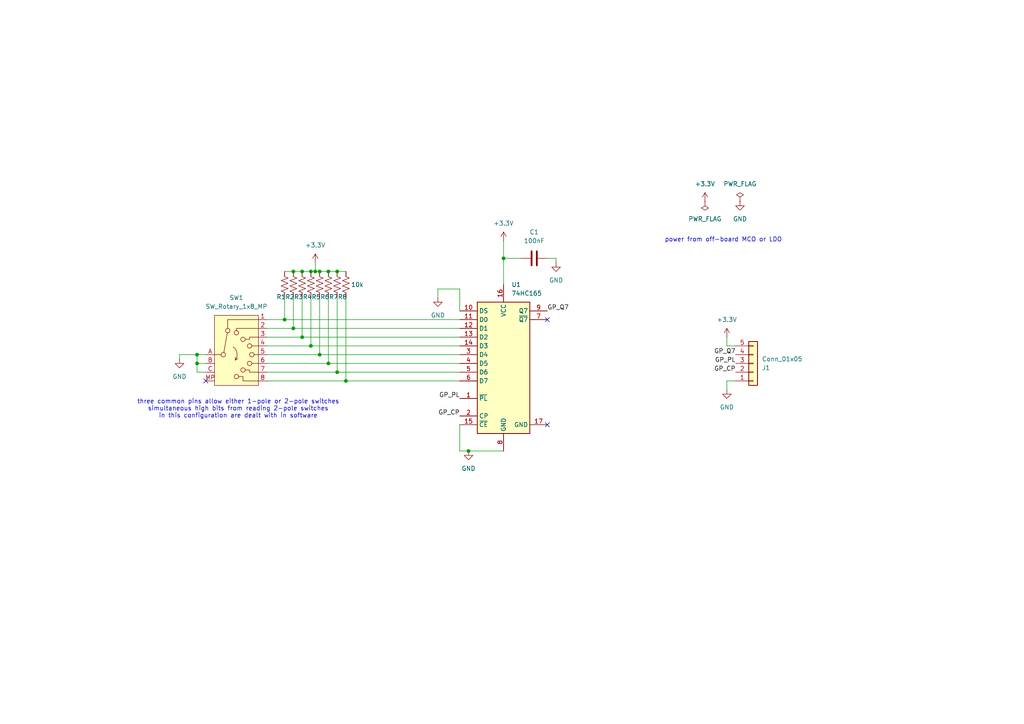
<source format=kicad_sch>
(kicad_sch (version 20250114) (generator "eeschema") (generator_version "9.0")
  (paper "A4")
  (lib_symbols
    (symbol "74xx:74HC165"
      (property "Reference" "U1" (at 2.28 22.86 0))
      (property "Value" "74HC165" (at 2.28 20.32 0))
      (symbol "74HC165_1_0"
        (pin input line (at -12.7 15.24 0) (length 5.08) (name "DS") (number "10"))
        (pin input line (at -12.7 12.7 0) (length 5.08) (name "D0") (number "11"))
        (pin input line (at -12.7 10.16 0) (length 5.08) (name "D1") (number "12"))
        (pin input line (at -12.7 7.62 0) (length 5.08) (name "D2") (number "13"))
        (pin input line (at -12.7 5.08 0) (length 5.08) (name "D3") (number "14"))
        (pin input line (at -12.7 2.54 0) (length 5.08) (name "D4") (number "3"))
        (pin input line (at -12.7 0 0) (length 5.08) (name "D5") (number "4"))
        (pin input line (at -12.7 -2.54 0) (length 5.08) (name "D6") (number "5"))
        (pin input line (at -12.7 -5.08 0) (length 5.08) (name "D7") (number "6"))
        (pin input line (at -12.7 -10.16 0) (length 5.08) (name "~{PL}") (number "1"))
        (pin input line (at -12.7 -15.24 0) (length 5.08) (name "CP") (number "2"))
        (pin input line (at -12.7 -17.78 0) (length 5.08) (name "~{CE}") (number "15"))
        (pin power_in line (at 0 22.86 270) (length 5.08) (name "VCC") (number "16"))
        (pin power_in line (at 0 -25.4 90) (length 5.08) (name "GND") (number "8"))
        (pin output line (at 12.7 15.24 180) (length 5.08) (name "Q7") (number "9"))
        (pin output line (at 12.7 12.7 180) (length 5.08) (name "~{Q7}") (number "7"))
        (pin power_in line (at 12.7 -17.78 180) (length 5.08) (name "GND") (number "17"))
      )
      (symbol "74HC165_1_1"
        (rectangle (start -7.62 17.78) (end 7.62 -20.32) (stroke (width 0.254)) (fill (type background)))
      )
    )
    (symbol "Connector_Generic:Conn_01x05" (pin_names (offset 1.016) (hide yes))
      (property "Reference" "J" (at 0 7.62 0))
      (property "Value" "Conn_01x05" (at 0 -7.62 0))
      (symbol "Conn_01x05_1_1"
        (rectangle (start -1.27 6.35) (end 1.27 -6.35) (stroke (width 0.254)) (fill (type background)))
        (rectangle (start -1.27 5.207) (end 0 4.953) (stroke (width 0.1524)))
        (rectangle (start -1.27 2.667) (end 0 2.413) (stroke (width 0.1524)))
        (rectangle (start -1.27 0.127) (end 0 -0.127) (stroke (width 0.1524)))
        (rectangle (start -1.27 -2.413) (end 0 -2.667) (stroke (width 0.1524)))
        (rectangle (start -1.27 -4.953) (end 0 -5.207) (stroke (width 0.1524)))
        (pin passive line (at -5.08 5.08 0) (length 3.81) (name "Pin_1") (number "1"))
        (pin passive line (at -5.08 2.54 0) (length 3.81) (name "Pin_2") (number "2"))
        (pin passive line (at -5.08 0 0) (length 3.81) (name "Pin_3") (number "3"))
        (pin passive line (at -5.08 -2.54 0) (length 3.81) (name "Pin_4") (number "4"))
        (pin passive line (at -5.08 -5.08 0) (length 3.81) (name "Pin_5") (number "5"))
      )
    )
    (symbol "Device:C" (pin_numbers (hide yes)) (pin_names (offset 0.254))
      (property "Reference" "C" (at 0.635 2.54 0))
      (property "Value" "C" (at 0.635 -2.54 0))
      (symbol "C_0_1"
        (polyline (pts (xy -2.032 0.762) (xy 2.032 0.762)) (stroke (width 0.508)))
        (polyline (pts (xy -2.032 -0.762) (xy 2.032 -0.762)) (stroke (width 0.508)))
      )
      (symbol "C_1_1"
        (pin passive line (at 0 3.81 270) (length 2.794) (name "~") (number "1"))
        (pin passive line (at 0 -3.81 90) (length 2.794) (name "~") (number "2"))
      )
    )
    (symbol "Device:R_US" (pin_numbers (hide yes)) (pin_names (offset 0))
      (property "Reference" "R" (at 2.54 0 90))
      (property "Value" "R_US" (at -2.54 0 90))
      (symbol "R_US_0_1"
        (polyline (pts (xy 0 2.286) (xy 0 2.54)))
        (polyline (pts (xy 0 2.286) (xy 1.016 1.905) (xy 0 1.524) (xy -1.016 1.143) (xy 0 0.762)))
        (polyline (pts (xy 0 0.762) (xy 1.016 0.381) (xy 0 0) (xy -1.016 -0.381) (xy 0 -0.762)))
        (polyline (pts (xy 0 -0.762) (xy 1.016 -1.143) (xy 0 -1.524) (xy -1.016 -1.905) (xy 0 -2.286)))
        (polyline (pts (xy 0 -2.286) (xy 0 -2.54)))
      )
      (symbol "R_US_1_1"
        (pin passive line (at 0 3.81 270) (length 1.27) (name "~") (number "1"))
        (pin passive line (at 0 -3.81 90) (length 1.27) (name "~") (number "2"))
      )
    )
    (symbol "Switch:SW_Rotary_1x8_MP" (pin_names (hide yes))
      (property "Reference" "SW1" (at -1.27 16.51 0))
      (property "Value" "SW_Rotary_1x8_MP" (at -1.27 13.97 0))
      (symbol "SW_Rotary_1x8_MP_0_1"
        (polyline (pts (xy -7.62 0) (xy -5.715 0)))
        (circle (center -5.08 0) (radius 0.635))
        (polyline (pts (xy -4.9276 0.6604) (xy -3.9116 6.35)))
        (circle (center -3.81 6.985) (radius 0.635))
        (arc (start -2.2226 2.2225) (mid -1.116 0.449) (end -1.5876 -1.5875))
        (polyline (pts (xy -1.5876 -1.5875) (xy -1.5876 -0.6985)))
        (polyline (pts (xy -1.5876 -1.5875) (xy -1.5876 -1.5875)))
        (polyline (pts (xy -1.5876 -1.5875) (xy -0.8256 -1.0795)))
        (circle (center -1.27 6.35) (radius 0.635))
        (circle (center -1.27 -6.35) (radius 0.635))
        (circle (center 0.635 4.445) (radius 0.635))
        (circle (center 0.635 -4.445) (radius 0.635))
        (circle (center 2.54 2.54) (radius 0.635))
        (circle (center 2.54 -2.54) (radius 0.635))
        (circle (center 3.175 0) (radius 0.635))
        (polyline (pts (xy 5.08 7.62) (xy -1.27 7.62) (xy -1.27 7.62) (xy -1.27 6.985)))
        (polyline (pts (xy 5.08 5.08) (xy 2.54 5.08) (xy 2.54 4.445) (xy 1.27 4.445)))
        (polyline (pts (xy 5.08 2.54) (xy 3.175 2.54)))
        (polyline (pts (xy 5.08 0) (xy 3.81 0)))
        (polyline (pts (xy 5.08 -2.54) (xy 3.175 -2.54)))
        (polyline (pts (xy 5.08 -5.08) (xy 2.54 -5.08) (xy 2.54 -4.445) (xy 1.27 -4.445)))
        (polyline (pts (xy 5.08 -7.62) (xy 0.635 -7.62) (xy 0.635 -6.35) (xy -0.635 -6.35)))
      )
      (symbol "SW_Rotary_1x8_MP_1_1"
        (polyline (pts (xy -7.62 11.43) (xy 5.08 11.43) (xy 5.08 -8.89) (xy -7.62 -8.89) (xy -7.62 11.43) (xy -7.62 11.43)) (fill (type background)))
        (polyline (pts (xy 5.08 10.16) (xy -3.81 10.16) (xy -3.81 7.62)))
        (pin passive line (at -10.16 0 0) (length 2.54) (name "Common") (number "A"))
        (pin passive line (at -10.16 -2.54 0) (length 2.54) (name "Common") (number "B"))
        (pin passive line (at -10.16 -5.08 0) (length 2.54) (name "Common") (number "C"))
        (pin passive line (at -10.16 -7.62 0) (length 2.54) (name "") (number "MP"))
        (pin passive line (at 7.62 10.16 180) (length 2.54) (name "") (number "1"))
        (pin passive line (at 7.62 7.62 180) (length 2.54) (name "") (number "2"))
        (pin passive line (at 7.62 5.08 180) (length 2.54) (name "") (number "3"))
        (pin passive line (at 7.62 2.54 180) (length 2.54) (name "") (number "4"))
        (pin passive line (at 7.62 0 180) (length 2.54) (name "") (number "5"))
        (pin passive line (at 7.62 -2.54 180) (length 2.54) (name "") (number "6"))
        (pin passive line (at 7.62 -5.08 180) (length 2.54) (name "") (number "7"))
        (pin passive line (at 7.62 -7.62 180) (length 2.54) (name "") (number "8"))
      )
    )
    (symbol "power:+3.3V" (power) (pin_numbers (hide yes)) (pin_names (offset 0) (hide yes))
      (property "Value" "+3.3V" (at 0 3.556 0))
      (symbol "+3.3V_0_1"
        (polyline (pts (xy -0.762 1.27) (xy 0 2.54)))
        (polyline (pts (xy 0 2.54) (xy 0.762 1.27)))
        (polyline (pts (xy 0 0) (xy 0 2.54)))
      )
      (symbol "+3.3V_1_1"
        (pin power_in line (at 0 0 90) (length 0) (name "~") (number "1"))
      )
    )
    (symbol "power:GND" (power) (pin_numbers (hide yes)) (pin_names (offset 0) (hide yes))
      (property "Value" "GND" (at 0 -3.81 0))
      (symbol "GND_0_1"
        (polyline (pts (xy 0 0) (xy 0 -1.27) (xy 1.27 -1.27) (xy 0 -2.54) (xy -1.27 -1.27) (xy 0 -1.27)))
      )
      (symbol "GND_1_1"
        (pin power_in line (at 0 0 270) (length 0) (name "~") (number "1"))
      )
    )
    (symbol "power:PWR_FLAG" (power) (pin_numbers (hide yes)) (pin_names (offset 0) (hide yes))
      (property "Value" "PWR_FLAG" (at 0 3.81 0))
      (symbol "PWR_FLAG_0_0"
        (pin power_out line (at 0 0 90) (length 0) (name "~") (number "1"))
      )
      (symbol "PWR_FLAG_0_1"
        (polyline (pts (xy 0 0) (xy 0 1.27) (xy -1.016 1.905) (xy 0 2.54) (xy 1.016 1.905) (xy 0 1.27)))
      )
    )
  )
  (text "three common pins allow either 1-pole or 2-pole switches\nsimultaneous high bits from reading 2-pole switches\nin this configuration are dealt with in software" (at 69.088 118.618 0) (effects (font (size 1.27 1.27))))
  (text "power from off-board MCO or LDO" (at 209.804 69.596 0) (effects (font (size 1.27 1.27))))
  (junction (at 85.09 95.25))
  (junction (at 92.71 78.74))
  (junction (at 92.71 102.87))
  (junction (at 57.15 102.87))
  (junction (at 95.25 105.41))
  (junction (at 91.44 78.74))
  (junction (at 97.79 78.74))
  (junction (at 97.79 107.95))
  (junction (at 87.63 78.74))
  (junction (at 146.05 74.93))
  (junction (at 82.55 92.71))
  (junction (at 90.17 78.74))
  (junction (at 85.09 78.74))
  (junction (at 95.25 78.74))
  (junction (at 87.63 97.79))
  (junction (at 135.89 130.81))
  (junction (at 57.15 105.41))
  (junction (at 100.33 110.49))
  (junction (at 90.17 100.33))
  (no_connect (at 59.69 110.49))
  (no_connect (at 158.75 123.19))
  (no_connect (at 158.75 92.71))
  (wire (pts (xy 59.69 107.95) (xy 57.15 107.95)))
  (wire (pts (xy 91.44 76.2) (xy 91.44 78.74)))
  (wire (pts (xy 77.47 95.25) (xy 85.09 95.25)))
  (wire (pts (xy 91.44 78.74) (xy 92.71 78.74)))
  (wire (pts (xy 90.17 78.74) (xy 91.44 78.74)))
  (wire (pts (xy 77.47 107.95) (xy 97.79 107.95)))
  (wire (pts (xy 82.55 92.71) (xy 82.55 86.36)))
  (wire (pts (xy 87.63 97.79) (xy 133.35 97.79)))
  (wire (pts (xy 133.35 130.81) (xy 135.89 130.81)))
  (wire (pts (xy 77.47 110.49) (xy 100.33 110.49)))
  (wire (pts (xy 85.09 95.25) (xy 85.09 86.36)))
  (wire (pts (xy 210.82 97.79) (xy 210.82 100.33)))
  (wire (pts (xy 161.29 76.2) (xy 161.29 74.93)))
  (wire (pts (xy 77.47 102.87) (xy 92.71 102.87)))
  (wire (pts (xy 77.47 92.71) (xy 82.55 92.71)))
  (wire (pts (xy 146.05 69.85) (xy 146.05 74.93)))
  (wire (pts (xy 213.36 100.33) (xy 210.82 100.33)))
  (wire (pts (xy 85.09 95.25) (xy 133.35 95.25)))
  (wire (pts (xy 90.17 100.33) (xy 90.17 86.36)))
  (wire (pts (xy 82.55 78.74) (xy 85.09 78.74)))
  (wire (pts (xy 146.05 74.93) (xy 151.13 74.93)))
  (wire (pts (xy 100.33 110.49) (xy 133.35 110.49)))
  (wire (pts (xy 77.47 97.79) (xy 87.63 97.79)))
  (wire (pts (xy 85.09 78.74) (xy 87.63 78.74)))
  (wire (pts (xy 210.82 110.49) (xy 210.82 113.03)))
  (wire (pts (xy 133.35 123.19) (xy 133.35 130.81)))
  (wire (pts (xy 77.47 100.33) (xy 90.17 100.33)))
  (wire (pts (xy 133.35 90.17) (xy 133.35 83.82)))
  (wire (pts (xy 97.79 107.95) (xy 133.35 107.95)))
  (wire (pts (xy 92.71 102.87) (xy 133.35 102.87)))
  (wire (pts (xy 52.07 102.87) (xy 52.07 104.14)))
  (wire (pts (xy 133.35 83.82) (xy 127 83.82)))
  (wire (pts (xy 92.71 102.87) (xy 92.71 86.36)))
  (wire (pts (xy 57.15 102.87) (xy 59.69 102.87)))
  (wire (pts (xy 97.79 78.74) (xy 100.33 78.74)))
  (wire (pts (xy 87.63 97.79) (xy 87.63 86.36)))
  (wire (pts (xy 95.25 78.74) (xy 97.79 78.74)))
  (wire (pts (xy 57.15 107.95) (xy 57.15 105.41)))
  (wire (pts (xy 161.29 74.93) (xy 158.75 74.93)))
  (wire (pts (xy 213.36 110.49) (xy 210.82 110.49)))
  (wire (pts (xy 95.25 105.41) (xy 95.25 86.36)))
  (wire (pts (xy 52.07 102.87) (xy 57.15 102.87)))
  (wire (pts (xy 82.55 92.71) (xy 133.35 92.71)))
  (wire (pts (xy 135.89 130.81) (xy 146.05 130.81)))
  (wire (pts (xy 100.33 110.49) (xy 100.33 86.36)))
  (wire (pts (xy 77.47 105.41) (xy 95.25 105.41)))
  (wire (pts (xy 146.05 74.93) (xy 146.05 82.55)))
  (wire (pts (xy 92.71 78.74) (xy 95.25 78.74)))
  (wire (pts (xy 87.63 78.74) (xy 90.17 78.74)))
  (wire (pts (xy 97.79 107.95) (xy 97.79 86.36)))
  (wire (pts (xy 90.17 100.33) (xy 133.35 100.33)))
  (wire (pts (xy 59.69 105.41) (xy 57.15 105.41)))
  (wire (pts (xy 95.25 105.41) (xy 133.35 105.41)))
  (wire (pts (xy 57.15 105.41) (xy 57.15 102.87)))
  (wire (pts (xy 127 83.82) (xy 127 86.36)))
  (label "GP_PL" (at 213.36 105.41 180))
  (label "GP_Q7" (at 213.36 102.87 180))
  (label "GP_CP" (at 133.35 120.65 180))
  (label "GP_PL" (at 133.35 115.57 180))
  (label "GP_CP" (at 213.36 107.95 180))
  (label "GP_Q7" (at 158.75 90.17 0))
  (symbol (lib_id "power:GND") (at 161.29 76.2 0) (unit 1)
    (property "Reference" "#PWR05" (effects (hide yes)))
    (property "Value" "GND" (at 161.29 81.28 0))
    (property "Description" "Power symbol creates a global label with name \"GND\" , ground" (effects (hide yes)))
  )
  (symbol (lib_id "74xx:74HC165") (at 146.05 105.41 0) (unit 1)
    (property "Reference" "U1" (at 148.33 82.55 0) (effects (justify left)))
    (property "Value" "74HC165" (at 148.33 85.09 0) (effects (justify left)))
    (property "Footprint" "Package_DFN_QFN:DHVQFN-16-1EP_2.5x3.5mm_P0.5mm_EP1x2mm" (effects (hide yes)))
    (property "Datasheet" "https://assets.nexperia.com/documents/data-sheet/74HC_HCT165.pdf" (effects (hide yes)))
    (property "Description" "Shift Register, 8-bit, Parallel Load" (effects (hide yes)))
  )
  (symbol (lib_id "Device:C") (at 154.94 74.93 90) (unit 1)
    (property "Reference" "C1" (at 154.94 67.31 90))
    (property "Value" "100nF" (at 154.94 69.85 90))
    (property "Footprint" "Capacitor_SMD:C_0805_2012Metric" (effects (hide yes)))
    (property "Description" "Unpolarized capacitor" (effects (hide yes)))
  )
  (symbol (lib_id "Device:R_US") (at 100.33 82.55 180) (unit 1)
    (property "Reference" "R8" (at 99.314 86.106 0))
    (property "Value" "10k" (at 103.632 82.55 0))
    (property "Footprint" "Resistor_SMD:R_0805_2012Metric" (effects (hide yes)))
    (property "Description" "Resistor, US symbol" (effects (hide yes)))
  )
  (symbol (lib_id "power:+3.3V") (at 204.47 58.42 0) (unit 1)
    (property "Reference" "#PWR06" (effects (hide yes)))
    (property "Value" "+3.3V" (at 204.47 53.34 0))
    (property "Description" "Power symbol creates a global label with name \"+3.3V\"" (effects (hide yes)))
  )
  (symbol (lib_id "power:GND") (at 127 86.36 0) (unit 1)
    (property "Reference" "#PWR010" (effects (hide yes)))
    (property "Value" "GND" (at 127 91.44 0))
    (property "Description" "Power symbol creates a global label with name \"GND\" , ground" (effects (hide yes)))
  )
  (symbol (lib_id "power:+3.3V") (at 91.44 76.2 0) (unit 1)
    (property "Reference" "#PWR01" (effects (hide yes)))
    (property "Value" "+3.3V" (at 91.44 71.12 0))
    (property "Description" "Power symbol creates a global label with name \"+3.3V\"" (effects (hide yes)))
  )
  (symbol (lib_id "power:+3.3V") (at 210.82 97.79 0) (unit 1)
    (property "Reference" "#PWR08" (effects (hide yes)))
    (property "Value" "+3.3V" (at 210.82 92.71 0))
    (property "Description" "Power symbol creates a global label with name \"+3.3V\"" (effects (hide yes)))
  )
  (symbol (lib_id "power:GND") (at 52.07 104.14 0) (unit 1)
    (property "Reference" "#PWR02" (effects (hide yes)))
    (property "Value" "GND" (at 52.07 109.22 0))
    (property "Description" "Power symbol creates a global label with name \"GND\" , ground" (effects (hide yes)))
  )
  (symbol (lib_id "Switch:SW_Rotary_1x8_MP") (at 69.85 102.87 0) (unit 1)
    (property "Reference" "SW1" (at 68.58 86.36 0))
    (property "Value" "SW_Rotary_1x8_MP" (at 68.58 88.9 0))
    (property "Footprint" "elemental_switch:Switch_Rotary_SR16_1P8T_16mm" (effects (hide yes)))
    (property "Description" "Rotary switch 1x8, SP8T with mount point" (effects (hide yes)))
  )
  (symbol (lib_id "Connector_Generic:Conn_01x05") (at 218.44 105.41 0) (mirror x) (unit 1)
    (property "Reference" "J1" (at 220.98 106.6801 0) (effects (justify left)))
    (property "Value" "Conn_01x05" (at 220.98 104.1401 0) (effects (justify left)))
    (property "Footprint" "Connector_PinHeader_2.54mm:PinHeader_1x05_P2.54mm_Vertical" (effects (hide yes)))
    (property "Description" "Generic connector, single row, 01x05, script generated (kicad-library-utils/schlib/autogen/connector/)" (effects (hide yes)))
  )
  (symbol (lib_id "Device:R_US") (at 92.71 82.55 180) (unit 1)
    (property "Reference" "R5" (at 91.694 86.106 0))
    (property "Value" "10k" (effects (hide yes)))
    (property "Footprint" "Resistor_SMD:R_0805_2012Metric" (effects (hide yes)))
    (property "Description" "Resistor, US symbol" (effects (hide yes)))
  )
  (symbol (lib_id "power:GND") (at 214.63 58.42 0) (unit 1)
    (property "Reference" "#PWR07" (effects (hide yes)))
    (property "Value" "GND" (at 214.63 63.5 0))
    (property "Description" "Power symbol creates a global label with name \"GND\" , ground" (effects (hide yes)))
  )
  (symbol (lib_id "Device:R_US") (at 95.25 82.55 180) (unit 1)
    (property "Reference" "R6" (at 94.234 86.106 0))
    (property "Value" "10k" (effects (hide yes)))
    (property "Footprint" "Resistor_SMD:R_0805_2012Metric" (effects (hide yes)))
    (property "Description" "Resistor, US symbol" (effects (hide yes)))
  )
  (symbol (lib_id "power:PWR_FLAG") (at 214.63 58.42 0) (unit 1)
    (property "Reference" "#FLG02" (effects (hide yes)))
    (property "Value" "PWR_FLAG" (at 214.63 53.34 0))
    (property "Description" "Special symbol for telling ERC where power comes from" (effects (hide yes)))
  )
  (symbol (lib_id "power:PWR_FLAG") (at 204.47 58.42 180) (unit 1)
    (property "Reference" "#FLG01" (effects (hide yes)))
    (property "Value" "PWR_FLAG" (at 204.47 63.5 0))
    (property "Description" "Special symbol for telling ERC where power comes from" (effects (hide yes)))
  )
  (symbol (lib_id "Device:R_US") (at 97.79 82.55 180) (unit 1)
    (property "Reference" "R7" (at 96.774 86.106 0))
    (property "Value" "10k" (effects (hide yes)))
    (property "Footprint" "Resistor_SMD:R_0805_2012Metric" (effects (hide yes)))
    (property "Description" "Resistor, US symbol" (effects (hide yes)))
  )
  (symbol (lib_id "power:GND") (at 210.82 113.03 0) (unit 1)
    (property "Reference" "#PWR09" (effects (hide yes)))
    (property "Value" "GND" (at 210.82 118.11 0))
    (property "Description" "Power symbol creates a global label with name \"GND\" , ground" (effects (hide yes)))
  )
  (symbol (lib_id "Device:R_US") (at 85.09 82.55 180) (unit 1)
    (property "Reference" "R2" (at 84.074 86.106 0))
    (property "Value" "10k" (effects (hide yes)))
    (property "Footprint" "Resistor_SMD:R_0805_2012Metric" (effects (hide yes)))
    (property "Description" "Resistor, US symbol" (effects (hide yes)))
  )
  (symbol (lib_id "power:GND") (at 135.89 130.81 0) (unit 1)
    (property "Reference" "#PWR03" (effects (hide yes)))
    (property "Value" "GND" (at 135.89 135.89 0))
    (property "Description" "Power symbol creates a global label with name \"GND\" , ground" (effects (hide yes)))
  )
  (symbol (lib_id "Device:R_US") (at 87.63 82.55 180) (unit 1)
    (property "Reference" "R3" (at 86.614 86.106 0))
    (property "Value" "10k" (effects (hide yes)))
    (property "Footprint" "Resistor_SMD:R_0805_2012Metric" (effects (hide yes)))
    (property "Description" "Resistor, US symbol" (effects (hide yes)))
  )
  (symbol (lib_id "Device:R_US") (at 90.17 82.55 180) (unit 1)
    (property "Reference" "R4" (at 89.154 86.106 0))
    (property "Value" "10k" (effects (hide yes)))
    (property "Footprint" "Resistor_SMD:R_0805_2012Metric" (effects (hide yes)))
    (property "Description" "Resistor, US symbol" (effects (hide yes)))
  )
  (symbol (lib_id "Device:R_US") (at 82.55 82.55 180) (unit 1)
    (property "Reference" "R1" (at 81.534 86.106 0))
    (property "Value" "10k" (effects (hide yes)))
    (property "Footprint" "Resistor_SMD:R_0805_2012Metric" (effects (hide yes)))
    (property "Description" "Resistor, US symbol" (effects (hide yes)))
  )
  (symbol (lib_id "power:+3.3V") (at 146.05 69.85 0) (unit 1)
    (property "Reference" "#PWR04" (effects (hide yes)))
    (property "Value" "+3.3V" (at 146.05 64.77 0))
    (property "Description" "Power symbol creates a global label with name \"+3.3V\"" (effects (hide yes)))
  )
)
</source>
